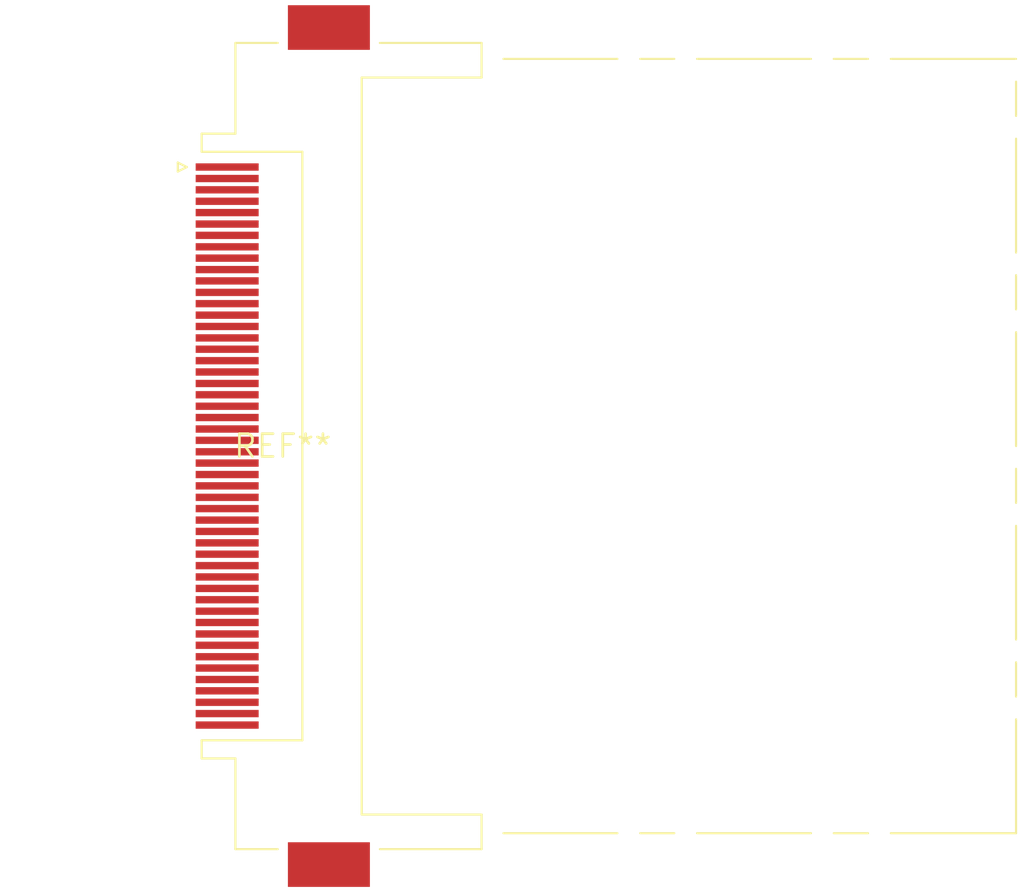
<source format=kicad_pcb>
(kicad_pcb (version 20240108) (generator pcbnew)
  (layers (0 "F.Cu" signal) (31 "B.Cu" signal) (34 "B.Paste" user) (35 "F.Paste" user) (36 "B.SilkS" user "B.Silkscreen") (37 "F.SilkS" user "F.Silkscreen") (38 "B.Mask" user) (39 "F.Mask" user) (44 "Edge.Cuts" user))
  (net 0 "")
  (footprint "CF-Card_3M_N7E50-A516xx-30" (layer "F.Cu") (at 0 0)
    (property "Reference" "REF**")
    (property "Value" "CF-Card_3M_N7E50-A516xx-30")
    (fp_line (start -5.85 -15.81) (end -5.85 -15.31) (layer "F.SilkS") (stroke (width 0.12)))
    (fp_line (start -5.85 -15.31) (end -5.35 -15.56) (layer "F.SilkS") (stroke (width 0.12)))
    (fp_line (start -5.35 -15.56) (end -5.85 -15.81) (layer "F.SilkS") (stroke (width 0.12)))
    (fp_line (start -4.52 -17.42) (end -2.64 -17.42) (layer "F.SilkS") (stroke (width 0.12)))
    (fp_line (start -4.52 -16.41) (end -4.52 -17.42) (layer "F.SilkS") (stroke (width 0.12)))
    (fp_line (start -4.52 16.41) (end 1.09 16.41) (layer "F.SilkS") (stroke (width 0.12)))
    (fp_line (start -4.52 17.42) (end -4.52 16.41) (layer "F.SilkS") (stroke (width 0.12)))
    (fp_line (start -2.64 -22.48) (end -0.28 -22.48) (layer "F.SilkS") (stroke (width 0.12)))
    (fp_line (start -2.64 -17.42) (end -2.64 -22.48) (layer "F.SilkS") (stroke (width 0.12)))
    (fp_line (start -2.64 17.42) (end -4.52 17.42) (layer "F.SilkS") (stroke (width 0.12)))
    (fp_line (start -2.64 22.48) (end -2.64 17.42) (layer "F.SilkS") (stroke (width 0.12)))
    (fp_line (start -0.28 22.48) (end -2.64 22.48) (layer "F.SilkS") (stroke (width 0.12)))
    (fp_line (start 1.09 -16.41) (end -4.52 -16.41) (layer "F.SilkS") (stroke (width 0.12)))
    (fp_line (start 1.09 16.41) (end 1.09 -16.41) (layer "F.SilkS") (stroke (width 0.12)))
    (fp_line (start 4.4 -20.55) (end 11.08 -20.55) (layer "F.SilkS") (stroke (width 0.12)))
    (fp_line (start 4.4 20.55) (end 4.4 -20.55) (layer "F.SilkS") (stroke (width 0.12)))
    (fp_line (start 5.41 22.48) (end 11.08 22.48) (layer "F.SilkS") (stroke (width 0.12)))
    (fp_line (start 11.08 -22.48) (end 5.41 -22.48) (layer "F.SilkS") (stroke (width 0.12)))
    (fp_line (start 11.08 -20.55) (end 11.08 -22.48) (layer "F.SilkS") (stroke (width 0.12)))
    (fp_line (start 11.08 20.55) (end 4.4 20.55) (layer "F.SilkS") (stroke (width 0.12)))
    (fp_line (start 11.08 22.48) (end 11.08 20.55) (layer "F.SilkS") (stroke (width 0.12)))
    (fp_line (start 12.3 -21.59) (end 18.65 -21.59) (layer "F.SilkS") (stroke (width 0.12)))
    (fp_line (start 12.3 21.59) (end 18.65 21.59) (layer "F.SilkS") (stroke (width 0.12)))
    (fp_line (start 19.92 -21.59) (end 21.82 -21.59) (layer "F.SilkS") (stroke (width 0.12)))
    (fp_line (start 19.92 21.59) (end 21.82 21.59) (layer "F.SilkS") (stroke (width 0.12)))
    (fp_line (start 23.09 -21.59) (end 29.44 -21.59) (layer "F.SilkS") (stroke (width 0.12)))
    (fp_line (start 23.09 21.59) (end 29.44 21.59) (layer "F.SilkS") (stroke (width 0.12)))
    (fp_line (start 30.71 -21.59) (end 32.62 -21.59) (layer "F.SilkS") (stroke (width 0.12)))
    (fp_line (start 30.71 21.59) (end 32.62 21.59) (layer "F.SilkS") (stroke (width 0.12)))
    (fp_line (start 33.89 -21.59) (end 40.87 -21.59) (layer "F.SilkS") (stroke (width 0.12)))
    (fp_line (start 33.89 21.59) (end 40.87 21.59) (layer "F.SilkS") (stroke (width 0.12)))
    (fp_line (start 40.87 -18.41) (end 40.87 -20.32) (layer "F.SilkS") (stroke (width 0.12)))
    (fp_line (start 40.87 -10.79) (end 40.87 -17.14) (layer "F.SilkS") (stroke (width 0.12)))
    (fp_line (start 40.87 -7.62) (end 40.87 -9.53) (layer "F.SilkS") (stroke (width 0.12)))
    (fp_line (start 40.87 0) (end 40.87 -6.35) (layer "F.SilkS") (stroke (width 0.12)))
    (fp_line (start 40.87 3.17) (end 40.87 1.27) (layer "F.SilkS") (stroke (width 0.12)))
    (fp_line (start 40.87 10.79) (end 40.87 4.45) (layer "F.SilkS") (stroke (width 0.12)))
    (fp_line (start 40.87 13.97) (end 40.87 12.06) (layer "F.SilkS") (stroke (width 0.12)))
    (fp_line (start 40.87 21.59) (end 40.87 15.24) (layer "F.SilkS") (stroke (width 0.12)))
    (pad "" thru_hole circle (at -0.1 -19.37 90) (size 3.99 3.99) (drill 2.21) (layers *.Cu *.Mask) (remove_unused_layers))
    (pad "" thru_hole circle (at -0.1 19.37 90) (size 3.99 3.99) (drill 2.21) (layers *.Cu *.Mask) (remove_unused_layers))
    (pad "" smd rect (at 2.57 -23.34 90) (size 2.49 4.57) (layers "F.Cu" "F.Paste" "F.Mask"))
    (pad "" smd rect (at 2.57 23.34 90) (size 2.49 4.57) (layers "F.Cu" "F.Paste" "F.Mask"))
    (pad "" np_thru_hole circle (at 2.9 -19.37 90) (size 1.7 1.7) (drill 1.7) (layers *.Cu *.Mask))
    (pad "" np_thru_hole circle (at 2.9 19.37 90) (size 1.7 1.7) (drill 1.7) (layers *.Cu *.Mask))
    (pad "1" smd rect (at -3.1 -15.56 90) (size 0.41 3.51) (layers "F.Cu" "F.Paste" "F.Mask"))
    (pad "2" smd rect (at -3.1 -14.29 90) (size 0.41 3.51) (layers "F.Cu" "F.Paste" "F.Mask"))
    (pad "3" smd rect (at -3.1 -13.02 90) (size 0.41 3.51) (layers "F.Cu" "F.Paste" "F.Mask"))
    (pad "4" smd rect (at -3.1 -11.75 90) (size 0.41 3.51) (layers "F.Cu" "F.Paste" "F.Mask"))
    (pad "5" smd rect (at -3.1 -10.48 90) (size 0.41 3.51) (layers "F.Cu" "F.Paste" "F.Mask"))
    (pad "6" smd rect (at -3.1 -9.21 90) (size 0.41 3.51) (layers "F.Cu" "F.Paste" "F.Mask"))
    (pad "7" smd rect (at -3.1 -7.94 90) (size 0.41 3.51) (layers "F.Cu" "F.Paste" "F.Mask"))
    (pad "8" smd rect (at -3.1 -6.67 90) (size 0.41 3.51) (layers "F.Cu" "F.Paste" "F.Mask"))
    (pad "9" smd rect (at -3.1 -5.4 90) (size 0.41 3.51) (layers "F.Cu" "F.Paste" "F.Mask"))
    (pad "10" smd rect (at -3.1 -4.13 90) (size 0.41 3.51) (layers "F.Cu" "F.Paste" "F.Mask"))
    (pad "11" smd rect (at -3.1 -2.86 90) (size 0.41 3.51) (layers "F.Cu" "F.Paste" "F.Mask"))
    (pad "12" smd rect (at -3.1 -1.59 90) (size 0.41 3.51) (layers "F.Cu" "F.Paste" "F.Mask"))
    (pad "13" smd rect (at -3.1 -0.32 90) (size 0.41 3.51) (layers "F.Cu" "F.Paste" "F.Mask"))
    (pad "14" smd rect (at -3.1 0.95 90) (size 0.41 3.51) (layers "F.Cu" "F.Paste" "F.Mask"))
    (pad "15" smd rect (at -3.1 2.22 90) (size 0.41 3.51) (layers "F.Cu" "F.Paste" "F.Mask"))
    (pad "16" smd rect (at -3.1 3.49 90) (size 0.41 3.51) (layers "F.Cu" "F.Paste" "F.Mask"))
    (pad "17" smd rect (at -3.1 4.76 90) (size 0.41 3.51) (layers "F.Cu" "F.Paste" "F.Mask"))
    (pad "18" smd rect (at -3.1 6.03 90) (size 0.41 3.51) (layers "F.Cu" "F.Paste" "F.Mask"))
    (pad "19" smd rect (at -3.1 7.3 90) (size 0.41 3.51) (layers "F.Cu" "F.Paste" "F.Mask"))
    (pad "20" smd rect (at -3.1 8.57 90) (size 0.41 3.51) (layers "F.Cu" "F.Paste" "F.Mask"))
    (pad "21" smd rect (at -3.1 9.84 90) (size 0.41 3.51) (layers "F.Cu" "F.Paste" "F.Mask"))
    (pad "22" smd rect (at -3.1 11.11 90) (size 0.41 3.51) (layers "F.Cu" "F.Paste" "F.Mask"))
    (pad "23" smd rect (at -3.1 12.38 90) (size 0.41 3.51) (layers "F.Cu" "F.Paste" "F.Mask"))
    (pad "24" smd rect (at -3.1 13.65 90) (size 0.41 3.51) (layers "F.Cu" "F.Paste" "F.Mask"))
    (pad "25" smd rect (at -3.1 14.92 90) (size 0.41 3.51) (layers "F.Cu" "F.Paste" "F.Mask"))
    (pad "26" smd rect (at -3.1 -14.92 90) (size 0.41 3.51) (layers "F.Cu" "F.Paste" "F.Mask"))
    (pad "27" smd rect (at -3.1 -13.65 90) (size 0.41 3.51) (layers "F.Cu" "F.Paste" "F.Mask"))
    (pad "28" smd rect (at -3.1 -12.38 90) (size 0.41 3.51) (layers "F.Cu" "F.Paste" "F.Mask"))
    (pad "29" smd rect (at -3.1 -11.11 90) (size 0.41 3.51) (layers "F.Cu" "F.Paste" "F.Mask"))
    (pad "30" smd rect (at -3.1 -9.84 90) (size 0.41 3.51) (layers "F.Cu" "F.Paste" "F.Mask"))
    (pad "31" smd rect (at -3.1 -8.57 90) (size 0.41 3.51) (layers "F.Cu" "F.Paste" "F.Mask"))
    (pad "32" smd rect (at -3.1 -7.3 90) (size 0.41 3.51) (layers "F.Cu" "F.Paste" "F.Mask"))
    (pad "33" smd rect (at -3.1 -6.03 90) (size 0.41 3.51) (layers "F.Cu" "F.Paste" "F.Mask"))
    (pad "34" smd rect (at -3.1 -4.76 90) (size 0.41 3.51) (layers "F.Cu" "F.Paste" "F.Mask"))
    (pad "35" smd rect (at -3.1 -3.49 90) (size 0.41 3.51) (layers "F.Cu" "F.Paste" "F.Mask"))
    (pad "36" smd rect (at -3.1 -2.22 90) (size 0.41 3.51) (layers "F.Cu" "F.Paste" "F.Mask"))
    (pad "37" smd rect (at -3.1 -0.95 90) (size 0.41 3.51) (layers "F.Cu" "F.Paste" "F.Mask"))
    (pad "38" smd rect (at -3.1 0.32 90) (size 0.41 3.51) (layers "F.Cu" "F.Paste" "F.Mask"))
    (pad "39" smd rect (at -3.1 1.59 90) (size 0.41 3.51) (layers "F.Cu" "F.Paste" "F.Mask"))
    (pad "40" smd rect (at -3.1 2.86 90) (size 0.41 3.51) (layers "F.Cu" "F.Paste" "F.Mask"))
    (pad "41" smd rect (at -3.1 4.13 90) (size 0.41 3.51) (layers "F.Cu" "F.Paste" "F.Mask"))
    (pad "42" smd rect (at -3.1 5.4 90) (size 0.41 3.51) (layers "F.Cu" "F.Paste" "F.Mask"))
    (pad "43" smd rect (at -3.1 6.67 90) (size 0.41 3.51) (layers "F.Cu" "F.Paste" "F.Mask"))
    (pad "44" smd rect (at -3.1 7.94 90) (size 0.41 3.51) (layers "F.Cu" "F.Paste" "F.Mask"))
    (pad "45" smd rect (at -3.1 9.21 90) (size 0.41 3.51) (layers "F.Cu" "F.Paste" "F.Mask"))
    (pad "46" smd rect (at -3.1 10.48 90) (size 0.41 3.51) (layers "F.Cu" "F.Paste" "F.Mask"))
    (pad "47" smd rect (at -3.1 11.75 90) (size 0.41 3.51) (layers "F.Cu" "F.Paste" "F.Mask"))
    (pad "48" smd rect (at -3.1 13.02 90) (size 0.41 3.51) (layers "F.Cu" "F.Paste" "F.Mask"))
    (pad "49" smd rect (at -3.1 14.29 90) (size 0.41 3.51) (layers "F.Cu" "F.Paste" "F.Mask"))
    (pad "50" smd rect (at -3.1 15.56 90) (size 0.41 3.51) (layers "F.Cu" "F.Paste" "F.Mask"))
  )
)
</source>
